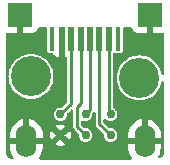
<source format=gtl>
G04 #@! TF.GenerationSoftware,KiCad,Pcbnew,7.0.7*
G04 #@! TF.CreationDate,2023-12-22T11:29:53-08:00*
G04 #@! TF.ProjectId,Micro_AGB_Dongle,4d696372-6f5f-4414-9742-5f446f6e676c,rev?*
G04 #@! TF.SameCoordinates,Original*
G04 #@! TF.FileFunction,Copper,L1,Top*
G04 #@! TF.FilePolarity,Positive*
%FSLAX46Y46*%
G04 Gerber Fmt 4.6, Leading zero omitted, Abs format (unit mm)*
G04 Created by KiCad (PCBNEW 7.0.7) date 2023-12-22 11:29:53*
%MOMM*%
%LPD*%
G01*
G04 APERTURE LIST*
G04 #@! TA.AperFunction,SMDPad,CuDef*
%ADD10R,0.500000X2.000000*%
G04 #@! TD*
G04 #@! TA.AperFunction,SMDPad,CuDef*
%ADD11R,2.000000X2.000000*%
G04 #@! TD*
G04 #@! TA.AperFunction,SMDPad,CuDef*
%ADD12R,0.400000X2.000000*%
G04 #@! TD*
G04 #@! TA.AperFunction,ComponentPad*
%ADD13C,0.750000*%
G04 #@! TD*
G04 #@! TA.AperFunction,ComponentPad*
%ADD14O,1.750000X2.750000*%
G04 #@! TD*
G04 #@! TA.AperFunction,ViaPad*
%ADD15C,3.400000*%
G04 #@! TD*
G04 #@! TA.AperFunction,Conductor*
%ADD16C,0.250000*%
G04 #@! TD*
G04 APERTURE END LIST*
D10*
X234275000Y-121750000D03*
X233475000Y-121750000D03*
X232675000Y-121750000D03*
X231875000Y-121750000D03*
X231075000Y-121750000D03*
D11*
X226775000Y-119750000D03*
D10*
X230275000Y-121750000D03*
D11*
X237775000Y-119750000D03*
D12*
X235075000Y-121750000D03*
X229475000Y-121750000D03*
D13*
X234425000Y-128150000D03*
X234425000Y-129900000D03*
X232300000Y-128150000D03*
X232300000Y-129900000D03*
X230175000Y-128150000D03*
D14*
X227300000Y-130400000D03*
D13*
X230175000Y-129900000D03*
D14*
X237300000Y-130400000D03*
D15*
X236860000Y-125060000D03*
X227680000Y-124940000D03*
D16*
X231075000Y-127250000D02*
X231075000Y-121750000D01*
X230175000Y-128150000D02*
X231075000Y-127250000D01*
X231875000Y-127225000D02*
X231875000Y-121750000D01*
X231587900Y-127512100D02*
X231875000Y-127225000D01*
X231587900Y-129187900D02*
X231587900Y-127512100D01*
X232300000Y-129900000D02*
X231587900Y-129187900D01*
X232675000Y-127775000D02*
X232675000Y-121750000D01*
X232300000Y-128150000D02*
X232675000Y-127775000D01*
X233475000Y-128950000D02*
X233475000Y-121750000D01*
X234425000Y-129900000D02*
X233475000Y-128950000D01*
X234275000Y-128000000D02*
X234275000Y-121750000D01*
X234425000Y-128150000D02*
X234275000Y-128000000D01*
G04 #@! TA.AperFunction,Conductor*
G36*
X226971121Y-119516002D02*
G01*
X227017614Y-119569658D01*
X227029000Y-119622000D01*
X227029000Y-121258000D01*
X227823585Y-121258000D01*
X227823597Y-121257999D01*
X227884093Y-121251494D01*
X228020964Y-121200444D01*
X228020965Y-121200444D01*
X228137904Y-121112904D01*
X228225444Y-120995965D01*
X228225444Y-120995964D01*
X228277101Y-120857468D01*
X228319648Y-120800632D01*
X228386168Y-120775821D01*
X228395157Y-120775500D01*
X228948500Y-120775500D01*
X229016621Y-120795502D01*
X229063114Y-120849158D01*
X229074500Y-120901500D01*
X229074500Y-122769748D01*
X229086133Y-122828231D01*
X229130448Y-122894552D01*
X229196769Y-122938867D01*
X229255252Y-122950500D01*
X229255253Y-122950500D01*
X229477450Y-122950500D01*
X229545571Y-122970502D01*
X229578318Y-123000991D01*
X229662095Y-123112904D01*
X229779034Y-123200444D01*
X229915906Y-123251494D01*
X229976402Y-123257999D01*
X229976415Y-123258000D01*
X230025000Y-123258000D01*
X230025000Y-121626000D01*
X230045002Y-121557879D01*
X230098658Y-121511386D01*
X230151000Y-121500000D01*
X230399000Y-121500000D01*
X230467121Y-121520002D01*
X230513614Y-121573658D01*
X230525000Y-121626000D01*
X230525000Y-123258000D01*
X230573585Y-123258000D01*
X230573595Y-123257999D01*
X230610028Y-123254082D01*
X230679897Y-123266687D01*
X230731860Y-123315064D01*
X230749499Y-123379360D01*
X230749499Y-127062982D01*
X230729497Y-127131103D01*
X230712594Y-127152077D01*
X230325099Y-127539572D01*
X230262787Y-127573598D01*
X230219560Y-127575399D01*
X230175004Y-127569534D01*
X230174999Y-127569534D01*
X230024765Y-127589312D01*
X229884768Y-127647301D01*
X229884760Y-127647306D01*
X229764548Y-127739548D01*
X229672306Y-127859760D01*
X229672301Y-127859768D01*
X229614312Y-127999765D01*
X229594533Y-128149999D01*
X229594533Y-128150000D01*
X229614312Y-128300234D01*
X229672301Y-128440231D01*
X229672306Y-128440239D01*
X229764548Y-128560451D01*
X229831843Y-128612088D01*
X229884767Y-128652698D01*
X230024764Y-128710687D01*
X230175000Y-128730466D01*
X230325236Y-128710687D01*
X230465233Y-128652698D01*
X230585451Y-128560451D01*
X230677698Y-128440233D01*
X230735687Y-128300236D01*
X230755466Y-128150000D01*
X230749599Y-128105439D01*
X230760538Y-128035293D01*
X230785421Y-127999904D01*
X231047307Y-127738018D01*
X231109617Y-127703995D01*
X231180433Y-127709060D01*
X231237268Y-127751607D01*
X231262079Y-127818128D01*
X231262400Y-127827116D01*
X231262400Y-129170939D01*
X231262160Y-129176432D01*
X231258636Y-129216704D01*
X231258636Y-129216706D01*
X231269103Y-129255772D01*
X231270293Y-129261140D01*
X231277312Y-129300947D01*
X231279405Y-129306696D01*
X231285766Y-129322052D01*
X231288345Y-129327583D01*
X231311534Y-129360700D01*
X231314487Y-129365336D01*
X231334706Y-129400355D01*
X231365681Y-129426347D01*
X231369735Y-129430062D01*
X231689573Y-129749900D01*
X231723598Y-129812212D01*
X231725399Y-129855438D01*
X231719533Y-129899995D01*
X231719534Y-129900001D01*
X231739312Y-130050234D01*
X231797301Y-130190231D01*
X231797306Y-130190239D01*
X231889548Y-130310451D01*
X232009760Y-130402693D01*
X232009767Y-130402698D01*
X232149764Y-130460687D01*
X232224882Y-130470576D01*
X232299999Y-130480466D01*
X232299999Y-130480465D01*
X232300000Y-130480466D01*
X232450236Y-130460687D01*
X232590233Y-130402698D01*
X232710451Y-130310451D01*
X232802698Y-130190233D01*
X232860687Y-130050236D01*
X232880466Y-129900000D01*
X232860687Y-129749764D01*
X232802698Y-129609767D01*
X232800345Y-129606700D01*
X232710451Y-129489548D01*
X232590239Y-129397306D01*
X232590231Y-129397301D01*
X232450234Y-129339312D01*
X232300001Y-129319534D01*
X232299995Y-129319534D01*
X232255437Y-129325399D01*
X232185289Y-129314458D01*
X232149901Y-129289574D01*
X231950303Y-129089976D01*
X231916279Y-129027665D01*
X231913400Y-129000882D01*
X231913400Y-128801353D01*
X231933402Y-128733232D01*
X231987058Y-128686739D01*
X232057332Y-128676635D01*
X232087615Y-128684943D01*
X232149764Y-128710687D01*
X232300000Y-128730466D01*
X232450236Y-128710687D01*
X232590233Y-128652698D01*
X232710451Y-128560451D01*
X232802698Y-128440233D01*
X232860687Y-128300236D01*
X232880466Y-128150000D01*
X232874965Y-128108224D01*
X232885905Y-128038075D01*
X232918897Y-127995255D01*
X232928194Y-127987455D01*
X232928195Y-127987453D01*
X232936642Y-127980366D01*
X232937777Y-127981719D01*
X232986086Y-127949578D01*
X233057074Y-127948450D01*
X233117402Y-127985881D01*
X233147917Y-128049985D01*
X233149500Y-128069895D01*
X233149500Y-128933039D01*
X233149260Y-128938526D01*
X233147528Y-128958316D01*
X233145736Y-128978804D01*
X233145736Y-128978806D01*
X233156203Y-129017872D01*
X233157391Y-129023234D01*
X233158238Y-129028032D01*
X233164412Y-129063047D01*
X233166505Y-129068796D01*
X233172866Y-129084152D01*
X233175445Y-129089683D01*
X233175446Y-129089684D01*
X233197051Y-129120540D01*
X233198634Y-129122800D01*
X233201587Y-129127436D01*
X233221806Y-129162455D01*
X233252787Y-129188451D01*
X233256829Y-129192155D01*
X233536887Y-129472213D01*
X233814573Y-129749899D01*
X233848599Y-129812211D01*
X233850400Y-129855439D01*
X233844534Y-129899998D01*
X233844534Y-129900001D01*
X233864312Y-130050234D01*
X233922301Y-130190231D01*
X233922306Y-130190239D01*
X234014548Y-130310451D01*
X234134760Y-130402693D01*
X234134767Y-130402698D01*
X234274764Y-130460687D01*
X234425000Y-130480466D01*
X234575236Y-130460687D01*
X234715233Y-130402698D01*
X234835451Y-130310451D01*
X234927698Y-130190233D01*
X234985687Y-130050236D01*
X235005466Y-129900000D01*
X234985687Y-129749764D01*
X234927698Y-129609767D01*
X234925345Y-129606700D01*
X234835451Y-129489548D01*
X234715239Y-129397306D01*
X234715231Y-129397301D01*
X234575234Y-129339312D01*
X234425001Y-129319534D01*
X234424998Y-129319534D01*
X234380439Y-129325400D01*
X234310291Y-129314460D01*
X234274901Y-129289575D01*
X234057760Y-129072434D01*
X233837403Y-128852077D01*
X233803378Y-128789765D01*
X233800499Y-128762982D01*
X233800499Y-128650592D01*
X233820501Y-128582471D01*
X233874157Y-128535978D01*
X233944431Y-128525874D01*
X234009011Y-128555368D01*
X234014105Y-128560111D01*
X234081843Y-128612088D01*
X234134767Y-128652698D01*
X234274764Y-128710687D01*
X234425000Y-128730466D01*
X234575236Y-128710687D01*
X234715233Y-128652698D01*
X234835451Y-128560451D01*
X234927698Y-128440233D01*
X234985687Y-128300236D01*
X235005466Y-128150000D01*
X234985687Y-127999764D01*
X234927698Y-127859767D01*
X234900500Y-127824322D01*
X234835451Y-127739548D01*
X234715236Y-127647304D01*
X234715231Y-127647301D01*
X234703146Y-127642295D01*
X234678280Y-127631995D01*
X234623000Y-127587447D01*
X234600579Y-127520084D01*
X234600499Y-127515642D01*
X234600499Y-123043451D01*
X234620501Y-122975331D01*
X234674157Y-122928838D01*
X234744431Y-122918734D01*
X234785205Y-122934359D01*
X234785306Y-122934118D01*
X234794341Y-122937860D01*
X234796502Y-122938689D01*
X234796769Y-122938867D01*
X234855252Y-122950500D01*
X234855253Y-122950500D01*
X235294747Y-122950500D01*
X235294748Y-122950500D01*
X235353231Y-122938867D01*
X235419552Y-122894552D01*
X235463867Y-122828231D01*
X235475500Y-122769748D01*
X235475500Y-120901499D01*
X235495502Y-120833379D01*
X235549158Y-120786886D01*
X235601500Y-120775500D01*
X236154843Y-120775500D01*
X236222964Y-120795502D01*
X236269457Y-120849158D01*
X236272899Y-120857468D01*
X236324555Y-120995964D01*
X236324555Y-120995965D01*
X236412095Y-121112904D01*
X236529034Y-121200444D01*
X236665906Y-121251494D01*
X236726402Y-121257999D01*
X236726415Y-121258000D01*
X237521000Y-121258000D01*
X237521000Y-119622000D01*
X237541002Y-119553879D01*
X237594658Y-119507386D01*
X237647000Y-119496000D01*
X237903000Y-119496000D01*
X237971121Y-119516002D01*
X238017614Y-119569658D01*
X238029000Y-119622000D01*
X238029000Y-121258000D01*
X238823585Y-121258000D01*
X238823592Y-121257999D01*
X238835027Y-121256770D01*
X238904896Y-121269374D01*
X238956859Y-121317751D01*
X238974499Y-121382048D01*
X238974499Y-124667441D01*
X238954497Y-124735562D01*
X238900841Y-124782055D01*
X238830567Y-124792159D01*
X238765987Y-124762665D01*
X238727603Y-124702939D01*
X238725383Y-124694244D01*
X238688175Y-124523199D01*
X238593172Y-124268487D01*
X238462887Y-124029887D01*
X238299971Y-123812258D01*
X238107742Y-123620029D01*
X238107739Y-123620027D01*
X238107736Y-123620024D01*
X237890116Y-123457115D01*
X237890114Y-123457114D01*
X237890113Y-123457113D01*
X237651513Y-123326828D01*
X237651512Y-123326827D01*
X237396801Y-123231825D01*
X237131156Y-123174038D01*
X236860000Y-123154645D01*
X236588843Y-123174038D01*
X236323198Y-123231825D01*
X236068487Y-123326827D01*
X235829883Y-123457115D01*
X235612263Y-123620024D01*
X235612254Y-123620032D01*
X235420032Y-123812254D01*
X235420024Y-123812263D01*
X235257115Y-124029883D01*
X235126827Y-124268487D01*
X235031825Y-124523198D01*
X234974038Y-124788843D01*
X234954645Y-125059999D01*
X234974038Y-125331156D01*
X235031825Y-125596801D01*
X235126827Y-125851512D01*
X235257115Y-126090116D01*
X235420024Y-126307736D01*
X235420027Y-126307739D01*
X235420029Y-126307742D01*
X235612258Y-126499971D01*
X235612261Y-126499973D01*
X235612263Y-126499975D01*
X235825226Y-126659398D01*
X235829887Y-126662887D01*
X236068487Y-126793172D01*
X236323199Y-126888175D01*
X236588840Y-126945961D01*
X236860000Y-126965355D01*
X237131160Y-126945961D01*
X237396801Y-126888175D01*
X237651513Y-126793172D01*
X237890113Y-126662887D01*
X238107742Y-126499971D01*
X238299971Y-126307742D01*
X238462887Y-126090113D01*
X238593172Y-125851513D01*
X238688175Y-125596801D01*
X238725379Y-125425771D01*
X238759403Y-125363463D01*
X238821715Y-125329438D01*
X238892531Y-125334502D01*
X238949367Y-125377048D01*
X238974178Y-125443569D01*
X238974499Y-125452558D01*
X238974500Y-131191714D01*
X238974500Y-131196905D01*
X238974196Y-131203085D01*
X238960834Y-131338745D01*
X238956016Y-131362969D01*
X238919147Y-131484513D01*
X238909694Y-131507335D01*
X238849823Y-131619344D01*
X238836100Y-131639880D01*
X238755526Y-131738060D01*
X238738061Y-131755526D01*
X238639916Y-131836072D01*
X238574569Y-131863826D01*
X238504590Y-131851844D01*
X238452199Y-131803932D01*
X238434027Y-131735300D01*
X238449982Y-131677223D01*
X238564785Y-131471717D01*
X238643211Y-131249752D01*
X238683000Y-131017708D01*
X238683000Y-130654000D01*
X237926000Y-130654000D01*
X237857879Y-130633998D01*
X237811386Y-130580342D01*
X237800000Y-130528000D01*
X237800000Y-130272000D01*
X237820002Y-130203879D01*
X237873658Y-130157386D01*
X237926000Y-130146000D01*
X238683000Y-130146000D01*
X238683000Y-129841254D01*
X238668034Y-129665426D01*
X238668033Y-129665420D01*
X238608716Y-129437608D01*
X238608714Y-129437603D01*
X238511744Y-129223080D01*
X238511743Y-129223078D01*
X238379914Y-129028032D01*
X238379908Y-129028024D01*
X238217020Y-128858069D01*
X238217014Y-128858065D01*
X238027739Y-128718078D01*
X237817521Y-128612088D01*
X237817518Y-128612087D01*
X237592423Y-128543153D01*
X237554000Y-128538231D01*
X237554000Y-129285156D01*
X237533998Y-129353277D01*
X237480342Y-129399770D01*
X237410068Y-129409874D01*
X237392504Y-129406053D01*
X237388360Y-129404836D01*
X237371889Y-129400000D01*
X237228111Y-129400000D01*
X237207494Y-129406053D01*
X237136498Y-129406051D01*
X237076772Y-129367666D01*
X237047281Y-129303085D01*
X237045999Y-129285156D01*
X237045999Y-128539987D01*
X236893557Y-128572842D01*
X236675117Y-128660619D01*
X236474645Y-128784055D01*
X236297925Y-128939588D01*
X236150030Y-129122754D01*
X236035214Y-129328282D01*
X235956788Y-129550247D01*
X235917000Y-129782291D01*
X235917000Y-130146000D01*
X236674000Y-130146000D01*
X236742121Y-130166002D01*
X236788614Y-130219658D01*
X236800000Y-130272000D01*
X236800000Y-130528000D01*
X236779998Y-130596121D01*
X236726342Y-130642614D01*
X236674000Y-130654000D01*
X235917000Y-130654000D01*
X235917000Y-130958746D01*
X235931965Y-131134573D01*
X235931966Y-131134579D01*
X235991283Y-131362391D01*
X235991285Y-131362396D01*
X236088255Y-131576919D01*
X236088256Y-131576921D01*
X236223083Y-131776403D01*
X236221381Y-131777553D01*
X236245201Y-131834933D01*
X236232650Y-131904812D01*
X236184313Y-131956811D01*
X236119934Y-131974500D01*
X228473638Y-131974500D01*
X228405517Y-131954498D01*
X228359024Y-131900842D01*
X228348920Y-131830568D01*
X228375606Y-131769344D01*
X228449967Y-131677249D01*
X228564785Y-131471717D01*
X228643211Y-131249752D01*
X228683000Y-131017708D01*
X228683000Y-130654000D01*
X227926000Y-130654000D01*
X227857879Y-130633998D01*
X227811386Y-130580342D01*
X227800000Y-130528000D01*
X227800000Y-130272000D01*
X227820002Y-130203879D01*
X227873658Y-130157386D01*
X227926000Y-130146000D01*
X228683000Y-130146000D01*
X228683000Y-129899999D01*
X229287136Y-129899999D01*
X229306537Y-130084597D01*
X229363893Y-130261121D01*
X229363895Y-130261126D01*
X229397118Y-130318670D01*
X229742317Y-129973472D01*
X229804629Y-129939446D01*
X229875444Y-129944511D01*
X229932280Y-129987058D01*
X229936177Y-129992565D01*
X229974712Y-130050236D01*
X229994760Y-130080240D01*
X230077455Y-130135495D01*
X230077457Y-130135495D01*
X230082433Y-130138820D01*
X230127961Y-130193297D01*
X230136810Y-130263740D01*
X230106169Y-130327784D01*
X230101528Y-130332681D01*
X229754751Y-130679457D01*
X229900634Y-130744408D01*
X230082193Y-130783000D01*
X230267807Y-130783000D01*
X230449365Y-130744408D01*
X230595247Y-130679457D01*
X230248472Y-130332682D01*
X230214446Y-130270370D01*
X230219511Y-130199555D01*
X230262058Y-130142719D01*
X230267566Y-130138821D01*
X230272543Y-130135495D01*
X230272545Y-130135495D01*
X230355240Y-130080240D01*
X230410495Y-129997545D01*
X230410495Y-129997543D01*
X230413821Y-129992566D01*
X230468298Y-129947038D01*
X230538741Y-129938189D01*
X230602785Y-129968830D01*
X230607682Y-129973472D01*
X230952880Y-130318670D01*
X230952881Y-130318669D01*
X230986101Y-130261132D01*
X230986106Y-130261123D01*
X231043462Y-130084597D01*
X231062863Y-129899999D01*
X231043462Y-129715402D01*
X230986106Y-129538878D01*
X230986103Y-129538871D01*
X230952881Y-129481329D01*
X230607682Y-129826528D01*
X230545370Y-129860553D01*
X230474554Y-129855488D01*
X230417719Y-129812941D01*
X230413822Y-129807434D01*
X230355240Y-129719759D01*
X230267565Y-129661177D01*
X230222037Y-129606700D01*
X230213189Y-129536257D01*
X230243831Y-129472213D01*
X230248472Y-129467317D01*
X230595247Y-129120541D01*
X230595246Y-129120540D01*
X230449367Y-129055591D01*
X230267807Y-129017000D01*
X230082193Y-129017000D01*
X229900632Y-129055591D01*
X229754752Y-129120540D01*
X229754751Y-129120541D01*
X230101527Y-129467317D01*
X230135553Y-129529629D01*
X230130488Y-129600444D01*
X230087941Y-129657280D01*
X230082434Y-129661177D01*
X229994759Y-129719759D01*
X229936177Y-129807434D01*
X229881700Y-129852962D01*
X229811256Y-129861809D01*
X229747212Y-129831168D01*
X229742317Y-129826527D01*
X229397118Y-129481328D01*
X229363895Y-129538873D01*
X229363893Y-129538878D01*
X229306537Y-129715402D01*
X229287136Y-129899999D01*
X228683000Y-129899999D01*
X228683000Y-129841254D01*
X228668034Y-129665426D01*
X228668033Y-129665420D01*
X228608716Y-129437608D01*
X228608714Y-129437603D01*
X228511744Y-129223080D01*
X228511743Y-129223078D01*
X228379914Y-129028032D01*
X228379908Y-129028024D01*
X228217020Y-128858069D01*
X228217014Y-128858065D01*
X228027739Y-128718078D01*
X227817521Y-128612088D01*
X227817518Y-128612087D01*
X227592423Y-128543153D01*
X227554000Y-128538231D01*
X227554000Y-129285156D01*
X227533998Y-129353277D01*
X227480342Y-129399770D01*
X227410068Y-129409874D01*
X227392504Y-129406053D01*
X227388360Y-129404836D01*
X227371889Y-129400000D01*
X227228111Y-129400000D01*
X227211639Y-129404836D01*
X227207500Y-129406052D01*
X227207496Y-129406053D01*
X227136500Y-129406052D01*
X227076774Y-129367667D01*
X227047282Y-129303086D01*
X227046000Y-129285156D01*
X227046000Y-128539987D01*
X226893556Y-128572842D01*
X226675117Y-128660619D01*
X226474645Y-128784055D01*
X226297925Y-128939588D01*
X226150030Y-129122754D01*
X226035214Y-129328282D01*
X225956788Y-129550247D01*
X225917000Y-129782291D01*
X225917000Y-130146000D01*
X226674000Y-130146000D01*
X226742121Y-130166002D01*
X226788614Y-130219658D01*
X226800000Y-130272000D01*
X226800000Y-130528000D01*
X226779998Y-130596121D01*
X226726342Y-130642614D01*
X226674000Y-130654000D01*
X225917000Y-130654000D01*
X225917000Y-130958746D01*
X225931965Y-131134573D01*
X225931966Y-131134579D01*
X225991283Y-131362391D01*
X225991285Y-131362396D01*
X226088255Y-131576919D01*
X226088256Y-131576921D01*
X226199127Y-131740959D01*
X226220701Y-131808598D01*
X226202282Y-131877164D01*
X226149717Y-131924887D01*
X226079696Y-131936615D01*
X226058162Y-131932091D01*
X226015488Y-131919147D01*
X225992671Y-131909696D01*
X225880652Y-131849821D01*
X225860119Y-131836100D01*
X225761939Y-131755526D01*
X225744473Y-131738060D01*
X225663899Y-131639880D01*
X225650179Y-131619349D01*
X225590300Y-131507323D01*
X225580854Y-131484520D01*
X225543982Y-131362966D01*
X225539165Y-131338744D01*
X225525804Y-131203084D01*
X225525500Y-131196905D01*
X225525500Y-131191715D01*
X225525500Y-128105442D01*
X225525500Y-124984405D01*
X225538351Y-124940638D01*
X225536550Y-124937340D01*
X225764958Y-124937340D01*
X225772395Y-124948911D01*
X225777178Y-124975420D01*
X225794038Y-125211156D01*
X225851825Y-125476801D01*
X225946827Y-125731512D01*
X226077115Y-125970116D01*
X226240024Y-126187736D01*
X226240027Y-126187739D01*
X226240029Y-126187742D01*
X226432258Y-126379971D01*
X226649887Y-126542887D01*
X226888487Y-126673172D01*
X227143199Y-126768175D01*
X227408840Y-126825961D01*
X227680000Y-126845355D01*
X227951160Y-126825961D01*
X228216801Y-126768175D01*
X228471513Y-126673172D01*
X228710113Y-126542887D01*
X228927742Y-126379971D01*
X229119971Y-126187742D01*
X229282887Y-125970113D01*
X229413172Y-125731513D01*
X229508175Y-125476801D01*
X229565961Y-125211160D01*
X229585355Y-124940000D01*
X229565961Y-124668840D01*
X229508175Y-124403199D01*
X229413172Y-124148487D01*
X229282887Y-123909887D01*
X229209806Y-123812263D01*
X229119975Y-123692263D01*
X229119967Y-123692254D01*
X228927745Y-123500032D01*
X228927736Y-123500024D01*
X228710116Y-123337115D01*
X228710114Y-123337114D01*
X228710113Y-123337113D01*
X228471513Y-123206828D01*
X228471512Y-123206827D01*
X228216801Y-123111825D01*
X227951156Y-123054038D01*
X227680000Y-123034645D01*
X227408843Y-123054038D01*
X227143198Y-123111825D01*
X226888487Y-123206827D01*
X226649883Y-123337115D01*
X226432263Y-123500024D01*
X226432254Y-123500032D01*
X226240032Y-123692254D01*
X226240024Y-123692263D01*
X226077115Y-123909883D01*
X225946827Y-124148487D01*
X225851825Y-124403198D01*
X225794038Y-124668843D01*
X225777178Y-124904580D01*
X225764958Y-124937340D01*
X225536550Y-124937340D01*
X225528378Y-124922374D01*
X225525500Y-124895600D01*
X225525500Y-121376667D01*
X225545501Y-121308550D01*
X225599157Y-121262057D01*
X225664971Y-121251393D01*
X225726407Y-121257999D01*
X225726415Y-121258000D01*
X226521000Y-121258000D01*
X226521000Y-119622000D01*
X226541002Y-119553879D01*
X226594658Y-119507386D01*
X226647000Y-119496000D01*
X226903000Y-119496000D01*
X226971121Y-119516002D01*
G37*
G04 #@! TD.AperFunction*
M02*

</source>
